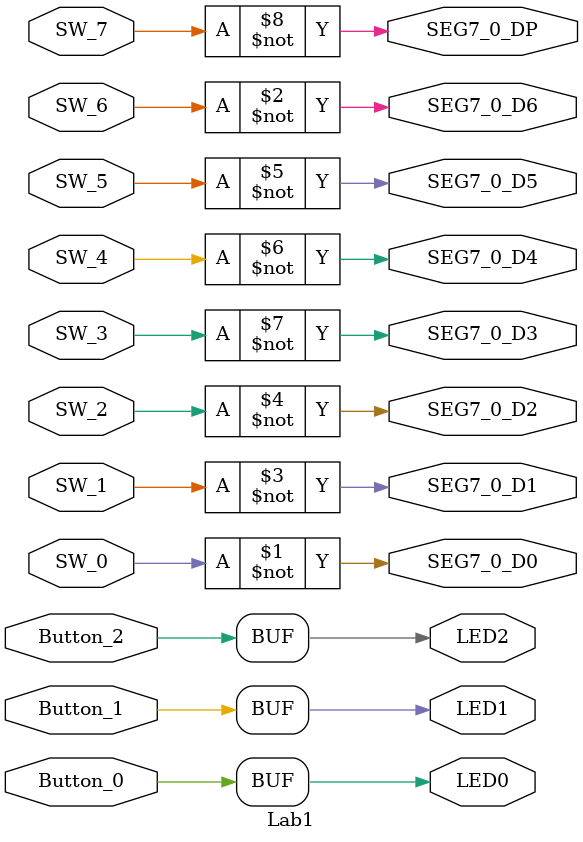
<source format=v>


module Lab1(
	SW_1,
	SW_2,
	SW_3,
	SW_4,
	SW_5,
	SW_6,
	SW_7,
	Button_0,
	Button_1,
	Button_2,
	SW_0,
	LED0,
	LED1,
	LED2,
	SEG7_0_D2,
	SEG7_0_D3,
	SEG7_0_D4,
	SEG7_0_D5,
	SEG7_0_D6,
	SEG7_0_DP,
	SEG7_0_D1,
	SEG7_0_D0
);


input wire	SW_1;
input wire	SW_2;
input wire	SW_3;
input wire	SW_4;
input wire	SW_5;
input wire	SW_6;
input wire	SW_7;
input wire	Button_0;
input wire	Button_1;
input wire	Button_2;
input wire	SW_0;
output wire	LED0;
output wire	LED1;
output wire	LED2;
output wire	SEG7_0_D2;
output wire	SEG7_0_D3;
output wire	SEG7_0_D4;
output wire	SEG7_0_D5;
output wire	SEG7_0_D6;
output wire	SEG7_0_DP;
output wire	SEG7_0_D1;
output wire	SEG7_0_D0;


assign	LED0 = Button_0;
assign	LED1 = Button_1;
assign	LED2 = Button_2;



assign	SEG7_0_D0 =  ~SW_0;

assign	SEG7_0_D6 =  ~SW_6;

assign	SEG7_0_D1 =  ~SW_1;

assign	SEG7_0_D2 =  ~SW_2;

assign	SEG7_0_D5 =  ~SW_5;

assign	SEG7_0_D4 =  ~SW_4;

assign	SEG7_0_D3 =  ~SW_3;

assign	SEG7_0_DP =  ~SW_7;


endmodule

</source>
